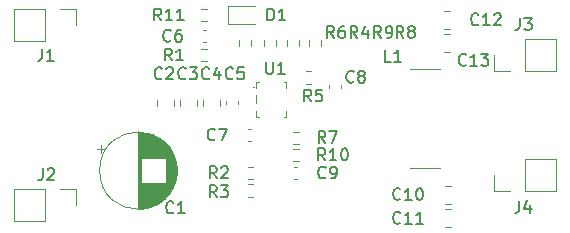
<source format=gbr>
%TF.GenerationSoftware,KiCad,Pcbnew,8.0.5*%
%TF.CreationDate,2024-10-12T15:51:15+02:00*%
%TF.ProjectId,DCDC_converter,44434443-5f63-46f6-9e76-65727465722e,rev?*%
%TF.SameCoordinates,Original*%
%TF.FileFunction,Legend,Top*%
%TF.FilePolarity,Positive*%
%FSLAX46Y46*%
G04 Gerber Fmt 4.6, Leading zero omitted, Abs format (unit mm)*
G04 Created by KiCad (PCBNEW 8.0.5) date 2024-10-12 15:51:15*
%MOMM*%
%LPD*%
G01*
G04 APERTURE LIST*
%ADD10C,0.150000*%
%ADD11C,0.120000*%
%ADD12C,0.100000*%
G04 APERTURE END LIST*
D10*
X90307142Y-55459580D02*
X90259523Y-55507200D01*
X90259523Y-55507200D02*
X90116666Y-55554819D01*
X90116666Y-55554819D02*
X90021428Y-55554819D01*
X90021428Y-55554819D02*
X89878571Y-55507200D01*
X89878571Y-55507200D02*
X89783333Y-55411961D01*
X89783333Y-55411961D02*
X89735714Y-55316723D01*
X89735714Y-55316723D02*
X89688095Y-55126247D01*
X89688095Y-55126247D02*
X89688095Y-54983390D01*
X89688095Y-54983390D02*
X89735714Y-54792914D01*
X89735714Y-54792914D02*
X89783333Y-54697676D01*
X89783333Y-54697676D02*
X89878571Y-54602438D01*
X89878571Y-54602438D02*
X90021428Y-54554819D01*
X90021428Y-54554819D02*
X90116666Y-54554819D01*
X90116666Y-54554819D02*
X90259523Y-54602438D01*
X90259523Y-54602438D02*
X90307142Y-54650057D01*
X91259523Y-55554819D02*
X90688095Y-55554819D01*
X90973809Y-55554819D02*
X90973809Y-54554819D01*
X90973809Y-54554819D02*
X90878571Y-54697676D01*
X90878571Y-54697676D02*
X90783333Y-54792914D01*
X90783333Y-54792914D02*
X90688095Y-54840533D01*
X91592857Y-54554819D02*
X92211904Y-54554819D01*
X92211904Y-54554819D02*
X91878571Y-54935771D01*
X91878571Y-54935771D02*
X92021428Y-54935771D01*
X92021428Y-54935771D02*
X92116666Y-54983390D01*
X92116666Y-54983390D02*
X92164285Y-55031009D01*
X92164285Y-55031009D02*
X92211904Y-55126247D01*
X92211904Y-55126247D02*
X92211904Y-55364342D01*
X92211904Y-55364342D02*
X92164285Y-55459580D01*
X92164285Y-55459580D02*
X92116666Y-55507200D01*
X92116666Y-55507200D02*
X92021428Y-55554819D01*
X92021428Y-55554819D02*
X91735714Y-55554819D01*
X91735714Y-55554819D02*
X91640476Y-55507200D01*
X91640476Y-55507200D02*
X91592857Y-55459580D01*
X64494642Y-51729819D02*
X64161309Y-51253628D01*
X63923214Y-51729819D02*
X63923214Y-50729819D01*
X63923214Y-50729819D02*
X64304166Y-50729819D01*
X64304166Y-50729819D02*
X64399404Y-50777438D01*
X64399404Y-50777438D02*
X64447023Y-50825057D01*
X64447023Y-50825057D02*
X64494642Y-50920295D01*
X64494642Y-50920295D02*
X64494642Y-51063152D01*
X64494642Y-51063152D02*
X64447023Y-51158390D01*
X64447023Y-51158390D02*
X64399404Y-51206009D01*
X64399404Y-51206009D02*
X64304166Y-51253628D01*
X64304166Y-51253628D02*
X63923214Y-51253628D01*
X65447023Y-51729819D02*
X64875595Y-51729819D01*
X65161309Y-51729819D02*
X65161309Y-50729819D01*
X65161309Y-50729819D02*
X65066071Y-50872676D01*
X65066071Y-50872676D02*
X64970833Y-50967914D01*
X64970833Y-50967914D02*
X64875595Y-51015533D01*
X66399404Y-51729819D02*
X65827976Y-51729819D01*
X66113690Y-51729819D02*
X66113690Y-50729819D01*
X66113690Y-50729819D02*
X66018452Y-50872676D01*
X66018452Y-50872676D02*
X65923214Y-50967914D01*
X65923214Y-50967914D02*
X65827976Y-51015533D01*
X68570833Y-56609580D02*
X68523214Y-56657200D01*
X68523214Y-56657200D02*
X68380357Y-56704819D01*
X68380357Y-56704819D02*
X68285119Y-56704819D01*
X68285119Y-56704819D02*
X68142262Y-56657200D01*
X68142262Y-56657200D02*
X68047024Y-56561961D01*
X68047024Y-56561961D02*
X67999405Y-56466723D01*
X67999405Y-56466723D02*
X67951786Y-56276247D01*
X67951786Y-56276247D02*
X67951786Y-56133390D01*
X67951786Y-56133390D02*
X67999405Y-55942914D01*
X67999405Y-55942914D02*
X68047024Y-55847676D01*
X68047024Y-55847676D02*
X68142262Y-55752438D01*
X68142262Y-55752438D02*
X68285119Y-55704819D01*
X68285119Y-55704819D02*
X68380357Y-55704819D01*
X68380357Y-55704819D02*
X68523214Y-55752438D01*
X68523214Y-55752438D02*
X68570833Y-55800057D01*
X69427976Y-56038152D02*
X69427976Y-56704819D01*
X69189881Y-55657200D02*
X68951786Y-56371485D01*
X68951786Y-56371485D02*
X69570833Y-56371485D01*
X84762142Y-68839580D02*
X84714523Y-68887200D01*
X84714523Y-68887200D02*
X84571666Y-68934819D01*
X84571666Y-68934819D02*
X84476428Y-68934819D01*
X84476428Y-68934819D02*
X84333571Y-68887200D01*
X84333571Y-68887200D02*
X84238333Y-68791961D01*
X84238333Y-68791961D02*
X84190714Y-68696723D01*
X84190714Y-68696723D02*
X84143095Y-68506247D01*
X84143095Y-68506247D02*
X84143095Y-68363390D01*
X84143095Y-68363390D02*
X84190714Y-68172914D01*
X84190714Y-68172914D02*
X84238333Y-68077676D01*
X84238333Y-68077676D02*
X84333571Y-67982438D01*
X84333571Y-67982438D02*
X84476428Y-67934819D01*
X84476428Y-67934819D02*
X84571666Y-67934819D01*
X84571666Y-67934819D02*
X84714523Y-67982438D01*
X84714523Y-67982438D02*
X84762142Y-68030057D01*
X85714523Y-68934819D02*
X85143095Y-68934819D01*
X85428809Y-68934819D02*
X85428809Y-67934819D01*
X85428809Y-67934819D02*
X85333571Y-68077676D01*
X85333571Y-68077676D02*
X85238333Y-68172914D01*
X85238333Y-68172914D02*
X85143095Y-68220533D01*
X86666904Y-68934819D02*
X86095476Y-68934819D01*
X86381190Y-68934819D02*
X86381190Y-67934819D01*
X86381190Y-67934819D02*
X86285952Y-68077676D01*
X86285952Y-68077676D02*
X86190714Y-68172914D01*
X86190714Y-68172914D02*
X86095476Y-68220533D01*
X85020833Y-53204819D02*
X84687500Y-52728628D01*
X84449405Y-53204819D02*
X84449405Y-52204819D01*
X84449405Y-52204819D02*
X84830357Y-52204819D01*
X84830357Y-52204819D02*
X84925595Y-52252438D01*
X84925595Y-52252438D02*
X84973214Y-52300057D01*
X84973214Y-52300057D02*
X85020833Y-52395295D01*
X85020833Y-52395295D02*
X85020833Y-52538152D01*
X85020833Y-52538152D02*
X84973214Y-52633390D01*
X84973214Y-52633390D02*
X84925595Y-52681009D01*
X84925595Y-52681009D02*
X84830357Y-52728628D01*
X84830357Y-52728628D02*
X84449405Y-52728628D01*
X85592262Y-52633390D02*
X85497024Y-52585771D01*
X85497024Y-52585771D02*
X85449405Y-52538152D01*
X85449405Y-52538152D02*
X85401786Y-52442914D01*
X85401786Y-52442914D02*
X85401786Y-52395295D01*
X85401786Y-52395295D02*
X85449405Y-52300057D01*
X85449405Y-52300057D02*
X85497024Y-52252438D01*
X85497024Y-52252438D02*
X85592262Y-52204819D01*
X85592262Y-52204819D02*
X85782738Y-52204819D01*
X85782738Y-52204819D02*
X85877976Y-52252438D01*
X85877976Y-52252438D02*
X85925595Y-52300057D01*
X85925595Y-52300057D02*
X85973214Y-52395295D01*
X85973214Y-52395295D02*
X85973214Y-52442914D01*
X85973214Y-52442914D02*
X85925595Y-52538152D01*
X85925595Y-52538152D02*
X85877976Y-52585771D01*
X85877976Y-52585771D02*
X85782738Y-52633390D01*
X85782738Y-52633390D02*
X85592262Y-52633390D01*
X85592262Y-52633390D02*
X85497024Y-52681009D01*
X85497024Y-52681009D02*
X85449405Y-52728628D01*
X85449405Y-52728628D02*
X85401786Y-52823866D01*
X85401786Y-52823866D02*
X85401786Y-53014342D01*
X85401786Y-53014342D02*
X85449405Y-53109580D01*
X85449405Y-53109580D02*
X85497024Y-53157200D01*
X85497024Y-53157200D02*
X85592262Y-53204819D01*
X85592262Y-53204819D02*
X85782738Y-53204819D01*
X85782738Y-53204819D02*
X85877976Y-53157200D01*
X85877976Y-53157200D02*
X85925595Y-53109580D01*
X85925595Y-53109580D02*
X85973214Y-53014342D01*
X85973214Y-53014342D02*
X85973214Y-52823866D01*
X85973214Y-52823866D02*
X85925595Y-52728628D01*
X85925595Y-52728628D02*
X85877976Y-52681009D01*
X85877976Y-52681009D02*
X85782738Y-52633390D01*
X81120833Y-53204819D02*
X80787500Y-52728628D01*
X80549405Y-53204819D02*
X80549405Y-52204819D01*
X80549405Y-52204819D02*
X80930357Y-52204819D01*
X80930357Y-52204819D02*
X81025595Y-52252438D01*
X81025595Y-52252438D02*
X81073214Y-52300057D01*
X81073214Y-52300057D02*
X81120833Y-52395295D01*
X81120833Y-52395295D02*
X81120833Y-52538152D01*
X81120833Y-52538152D02*
X81073214Y-52633390D01*
X81073214Y-52633390D02*
X81025595Y-52681009D01*
X81025595Y-52681009D02*
X80930357Y-52728628D01*
X80930357Y-52728628D02*
X80549405Y-52728628D01*
X81977976Y-52538152D02*
X81977976Y-53204819D01*
X81739881Y-52157200D02*
X81501786Y-52871485D01*
X81501786Y-52871485D02*
X82120833Y-52871485D01*
X65305833Y-53419580D02*
X65258214Y-53467200D01*
X65258214Y-53467200D02*
X65115357Y-53514819D01*
X65115357Y-53514819D02*
X65020119Y-53514819D01*
X65020119Y-53514819D02*
X64877262Y-53467200D01*
X64877262Y-53467200D02*
X64782024Y-53371961D01*
X64782024Y-53371961D02*
X64734405Y-53276723D01*
X64734405Y-53276723D02*
X64686786Y-53086247D01*
X64686786Y-53086247D02*
X64686786Y-52943390D01*
X64686786Y-52943390D02*
X64734405Y-52752914D01*
X64734405Y-52752914D02*
X64782024Y-52657676D01*
X64782024Y-52657676D02*
X64877262Y-52562438D01*
X64877262Y-52562438D02*
X65020119Y-52514819D01*
X65020119Y-52514819D02*
X65115357Y-52514819D01*
X65115357Y-52514819D02*
X65258214Y-52562438D01*
X65258214Y-52562438D02*
X65305833Y-52610057D01*
X66162976Y-52514819D02*
X65972500Y-52514819D01*
X65972500Y-52514819D02*
X65877262Y-52562438D01*
X65877262Y-52562438D02*
X65829643Y-52610057D01*
X65829643Y-52610057D02*
X65734405Y-52752914D01*
X65734405Y-52752914D02*
X65686786Y-52943390D01*
X65686786Y-52943390D02*
X65686786Y-53324342D01*
X65686786Y-53324342D02*
X65734405Y-53419580D01*
X65734405Y-53419580D02*
X65782024Y-53467200D01*
X65782024Y-53467200D02*
X65877262Y-53514819D01*
X65877262Y-53514819D02*
X66067738Y-53514819D01*
X66067738Y-53514819D02*
X66162976Y-53467200D01*
X66162976Y-53467200D02*
X66210595Y-53419580D01*
X66210595Y-53419580D02*
X66258214Y-53324342D01*
X66258214Y-53324342D02*
X66258214Y-53086247D01*
X66258214Y-53086247D02*
X66210595Y-52991009D01*
X66210595Y-52991009D02*
X66162976Y-52943390D01*
X66162976Y-52943390D02*
X66067738Y-52895771D01*
X66067738Y-52895771D02*
X65877262Y-52895771D01*
X65877262Y-52895771D02*
X65782024Y-52943390D01*
X65782024Y-52943390D02*
X65734405Y-52991009D01*
X65734405Y-52991009D02*
X65686786Y-53086247D01*
X69205833Y-65089819D02*
X68872500Y-64613628D01*
X68634405Y-65089819D02*
X68634405Y-64089819D01*
X68634405Y-64089819D02*
X69015357Y-64089819D01*
X69015357Y-64089819D02*
X69110595Y-64137438D01*
X69110595Y-64137438D02*
X69158214Y-64185057D01*
X69158214Y-64185057D02*
X69205833Y-64280295D01*
X69205833Y-64280295D02*
X69205833Y-64423152D01*
X69205833Y-64423152D02*
X69158214Y-64518390D01*
X69158214Y-64518390D02*
X69110595Y-64566009D01*
X69110595Y-64566009D02*
X69015357Y-64613628D01*
X69015357Y-64613628D02*
X68634405Y-64613628D01*
X69586786Y-64185057D02*
X69634405Y-64137438D01*
X69634405Y-64137438D02*
X69729643Y-64089819D01*
X69729643Y-64089819D02*
X69967738Y-64089819D01*
X69967738Y-64089819D02*
X70062976Y-64137438D01*
X70062976Y-64137438D02*
X70110595Y-64185057D01*
X70110595Y-64185057D02*
X70158214Y-64280295D01*
X70158214Y-64280295D02*
X70158214Y-64375533D01*
X70158214Y-64375533D02*
X70110595Y-64518390D01*
X70110595Y-64518390D02*
X69539167Y-65089819D01*
X69539167Y-65089819D02*
X70158214Y-65089819D01*
X65405833Y-55114819D02*
X65072500Y-54638628D01*
X64834405Y-55114819D02*
X64834405Y-54114819D01*
X64834405Y-54114819D02*
X65215357Y-54114819D01*
X65215357Y-54114819D02*
X65310595Y-54162438D01*
X65310595Y-54162438D02*
X65358214Y-54210057D01*
X65358214Y-54210057D02*
X65405833Y-54305295D01*
X65405833Y-54305295D02*
X65405833Y-54448152D01*
X65405833Y-54448152D02*
X65358214Y-54543390D01*
X65358214Y-54543390D02*
X65310595Y-54591009D01*
X65310595Y-54591009D02*
X65215357Y-54638628D01*
X65215357Y-54638628D02*
X64834405Y-54638628D01*
X66358214Y-55114819D02*
X65786786Y-55114819D01*
X66072500Y-55114819D02*
X66072500Y-54114819D01*
X66072500Y-54114819D02*
X65977262Y-54257676D01*
X65977262Y-54257676D02*
X65882024Y-54352914D01*
X65882024Y-54352914D02*
X65786786Y-54400533D01*
X94829166Y-67004819D02*
X94829166Y-67719104D01*
X94829166Y-67719104D02*
X94781547Y-67861961D01*
X94781547Y-67861961D02*
X94686309Y-67957200D01*
X94686309Y-67957200D02*
X94543452Y-68004819D01*
X94543452Y-68004819D02*
X94448214Y-68004819D01*
X95733928Y-67338152D02*
X95733928Y-68004819D01*
X95495833Y-66957200D02*
X95257738Y-67671485D01*
X95257738Y-67671485D02*
X95876785Y-67671485D01*
X94879166Y-51524819D02*
X94879166Y-52239104D01*
X94879166Y-52239104D02*
X94831547Y-52381961D01*
X94831547Y-52381961D02*
X94736309Y-52477200D01*
X94736309Y-52477200D02*
X94593452Y-52524819D01*
X94593452Y-52524819D02*
X94498214Y-52524819D01*
X95260119Y-51524819D02*
X95879166Y-51524819D01*
X95879166Y-51524819D02*
X95545833Y-51905771D01*
X95545833Y-51905771D02*
X95688690Y-51905771D01*
X95688690Y-51905771D02*
X95783928Y-51953390D01*
X95783928Y-51953390D02*
X95831547Y-52001009D01*
X95831547Y-52001009D02*
X95879166Y-52096247D01*
X95879166Y-52096247D02*
X95879166Y-52334342D01*
X95879166Y-52334342D02*
X95831547Y-52429580D01*
X95831547Y-52429580D02*
X95783928Y-52477200D01*
X95783928Y-52477200D02*
X95688690Y-52524819D01*
X95688690Y-52524819D02*
X95402976Y-52524819D01*
X95402976Y-52524819D02*
X95307738Y-52477200D01*
X95307738Y-52477200D02*
X95260119Y-52429580D01*
X83970833Y-55204819D02*
X83494643Y-55204819D01*
X83494643Y-55204819D02*
X83494643Y-54204819D01*
X84827976Y-55204819D02*
X84256548Y-55204819D01*
X84542262Y-55204819D02*
X84542262Y-54204819D01*
X84542262Y-54204819D02*
X84447024Y-54347676D01*
X84447024Y-54347676D02*
X84351786Y-54442914D01*
X84351786Y-54442914D02*
X84256548Y-54490533D01*
X78394642Y-63569819D02*
X78061309Y-63093628D01*
X77823214Y-63569819D02*
X77823214Y-62569819D01*
X77823214Y-62569819D02*
X78204166Y-62569819D01*
X78204166Y-62569819D02*
X78299404Y-62617438D01*
X78299404Y-62617438D02*
X78347023Y-62665057D01*
X78347023Y-62665057D02*
X78394642Y-62760295D01*
X78394642Y-62760295D02*
X78394642Y-62903152D01*
X78394642Y-62903152D02*
X78347023Y-62998390D01*
X78347023Y-62998390D02*
X78299404Y-63046009D01*
X78299404Y-63046009D02*
X78204166Y-63093628D01*
X78204166Y-63093628D02*
X77823214Y-63093628D01*
X79347023Y-63569819D02*
X78775595Y-63569819D01*
X79061309Y-63569819D02*
X79061309Y-62569819D01*
X79061309Y-62569819D02*
X78966071Y-62712676D01*
X78966071Y-62712676D02*
X78870833Y-62807914D01*
X78870833Y-62807914D02*
X78775595Y-62855533D01*
X79966071Y-62569819D02*
X80061309Y-62569819D01*
X80061309Y-62569819D02*
X80156547Y-62617438D01*
X80156547Y-62617438D02*
X80204166Y-62665057D01*
X80204166Y-62665057D02*
X80251785Y-62760295D01*
X80251785Y-62760295D02*
X80299404Y-62950771D01*
X80299404Y-62950771D02*
X80299404Y-63188866D01*
X80299404Y-63188866D02*
X80251785Y-63379342D01*
X80251785Y-63379342D02*
X80204166Y-63474580D01*
X80204166Y-63474580D02*
X80156547Y-63522200D01*
X80156547Y-63522200D02*
X80061309Y-63569819D01*
X80061309Y-63569819D02*
X79966071Y-63569819D01*
X79966071Y-63569819D02*
X79870833Y-63522200D01*
X79870833Y-63522200D02*
X79823214Y-63474580D01*
X79823214Y-63474580D02*
X79775595Y-63379342D01*
X79775595Y-63379342D02*
X79727976Y-63188866D01*
X79727976Y-63188866D02*
X79727976Y-62950771D01*
X79727976Y-62950771D02*
X79775595Y-62760295D01*
X79775595Y-62760295D02*
X79823214Y-62665057D01*
X79823214Y-62665057D02*
X79870833Y-62617438D01*
X79870833Y-62617438D02*
X79966071Y-62569819D01*
X65533333Y-67959580D02*
X65485714Y-68007200D01*
X65485714Y-68007200D02*
X65342857Y-68054819D01*
X65342857Y-68054819D02*
X65247619Y-68054819D01*
X65247619Y-68054819D02*
X65104762Y-68007200D01*
X65104762Y-68007200D02*
X65009524Y-67911961D01*
X65009524Y-67911961D02*
X64961905Y-67816723D01*
X64961905Y-67816723D02*
X64914286Y-67626247D01*
X64914286Y-67626247D02*
X64914286Y-67483390D01*
X64914286Y-67483390D02*
X64961905Y-67292914D01*
X64961905Y-67292914D02*
X65009524Y-67197676D01*
X65009524Y-67197676D02*
X65104762Y-67102438D01*
X65104762Y-67102438D02*
X65247619Y-67054819D01*
X65247619Y-67054819D02*
X65342857Y-67054819D01*
X65342857Y-67054819D02*
X65485714Y-67102438D01*
X65485714Y-67102438D02*
X65533333Y-67150057D01*
X66485714Y-68054819D02*
X65914286Y-68054819D01*
X66200000Y-68054819D02*
X66200000Y-67054819D01*
X66200000Y-67054819D02*
X66104762Y-67197676D01*
X66104762Y-67197676D02*
X66009524Y-67292914D01*
X66009524Y-67292914D02*
X65914286Y-67340533D01*
X73499405Y-51729819D02*
X73499405Y-50729819D01*
X73499405Y-50729819D02*
X73737500Y-50729819D01*
X73737500Y-50729819D02*
X73880357Y-50777438D01*
X73880357Y-50777438D02*
X73975595Y-50872676D01*
X73975595Y-50872676D02*
X74023214Y-50967914D01*
X74023214Y-50967914D02*
X74070833Y-51158390D01*
X74070833Y-51158390D02*
X74070833Y-51301247D01*
X74070833Y-51301247D02*
X74023214Y-51491723D01*
X74023214Y-51491723D02*
X73975595Y-51586961D01*
X73975595Y-51586961D02*
X73880357Y-51682200D01*
X73880357Y-51682200D02*
X73737500Y-51729819D01*
X73737500Y-51729819D02*
X73499405Y-51729819D01*
X75023214Y-51729819D02*
X74451786Y-51729819D01*
X74737500Y-51729819D02*
X74737500Y-50729819D01*
X74737500Y-50729819D02*
X74642262Y-50872676D01*
X74642262Y-50872676D02*
X74547024Y-50967914D01*
X74547024Y-50967914D02*
X74451786Y-51015533D01*
X80805833Y-56894580D02*
X80758214Y-56942200D01*
X80758214Y-56942200D02*
X80615357Y-56989819D01*
X80615357Y-56989819D02*
X80520119Y-56989819D01*
X80520119Y-56989819D02*
X80377262Y-56942200D01*
X80377262Y-56942200D02*
X80282024Y-56846961D01*
X80282024Y-56846961D02*
X80234405Y-56751723D01*
X80234405Y-56751723D02*
X80186786Y-56561247D01*
X80186786Y-56561247D02*
X80186786Y-56418390D01*
X80186786Y-56418390D02*
X80234405Y-56227914D01*
X80234405Y-56227914D02*
X80282024Y-56132676D01*
X80282024Y-56132676D02*
X80377262Y-56037438D01*
X80377262Y-56037438D02*
X80520119Y-55989819D01*
X80520119Y-55989819D02*
X80615357Y-55989819D01*
X80615357Y-55989819D02*
X80758214Y-56037438D01*
X80758214Y-56037438D02*
X80805833Y-56085057D01*
X81377262Y-56418390D02*
X81282024Y-56370771D01*
X81282024Y-56370771D02*
X81234405Y-56323152D01*
X81234405Y-56323152D02*
X81186786Y-56227914D01*
X81186786Y-56227914D02*
X81186786Y-56180295D01*
X81186786Y-56180295D02*
X81234405Y-56085057D01*
X81234405Y-56085057D02*
X81282024Y-56037438D01*
X81282024Y-56037438D02*
X81377262Y-55989819D01*
X81377262Y-55989819D02*
X81567738Y-55989819D01*
X81567738Y-55989819D02*
X81662976Y-56037438D01*
X81662976Y-56037438D02*
X81710595Y-56085057D01*
X81710595Y-56085057D02*
X81758214Y-56180295D01*
X81758214Y-56180295D02*
X81758214Y-56227914D01*
X81758214Y-56227914D02*
X81710595Y-56323152D01*
X81710595Y-56323152D02*
X81662976Y-56370771D01*
X81662976Y-56370771D02*
X81567738Y-56418390D01*
X81567738Y-56418390D02*
X81377262Y-56418390D01*
X81377262Y-56418390D02*
X81282024Y-56466009D01*
X81282024Y-56466009D02*
X81234405Y-56513628D01*
X81234405Y-56513628D02*
X81186786Y-56608866D01*
X81186786Y-56608866D02*
X81186786Y-56799342D01*
X81186786Y-56799342D02*
X81234405Y-56894580D01*
X81234405Y-56894580D02*
X81282024Y-56942200D01*
X81282024Y-56942200D02*
X81377262Y-56989819D01*
X81377262Y-56989819D02*
X81567738Y-56989819D01*
X81567738Y-56989819D02*
X81662976Y-56942200D01*
X81662976Y-56942200D02*
X81710595Y-56894580D01*
X81710595Y-56894580D02*
X81758214Y-56799342D01*
X81758214Y-56799342D02*
X81758214Y-56608866D01*
X81758214Y-56608866D02*
X81710595Y-56513628D01*
X81710595Y-56513628D02*
X81662976Y-56466009D01*
X81662976Y-56466009D02*
X81567738Y-56418390D01*
X54466666Y-64254819D02*
X54466666Y-64969104D01*
X54466666Y-64969104D02*
X54419047Y-65111961D01*
X54419047Y-65111961D02*
X54323809Y-65207200D01*
X54323809Y-65207200D02*
X54180952Y-65254819D01*
X54180952Y-65254819D02*
X54085714Y-65254819D01*
X54895238Y-64350057D02*
X54942857Y-64302438D01*
X54942857Y-64302438D02*
X55038095Y-64254819D01*
X55038095Y-64254819D02*
X55276190Y-64254819D01*
X55276190Y-64254819D02*
X55371428Y-64302438D01*
X55371428Y-64302438D02*
X55419047Y-64350057D01*
X55419047Y-64350057D02*
X55466666Y-64445295D01*
X55466666Y-64445295D02*
X55466666Y-64540533D01*
X55466666Y-64540533D02*
X55419047Y-64683390D01*
X55419047Y-64683390D02*
X54847619Y-65254819D01*
X54847619Y-65254819D02*
X55466666Y-65254819D01*
X69205833Y-66689819D02*
X68872500Y-66213628D01*
X68634405Y-66689819D02*
X68634405Y-65689819D01*
X68634405Y-65689819D02*
X69015357Y-65689819D01*
X69015357Y-65689819D02*
X69110595Y-65737438D01*
X69110595Y-65737438D02*
X69158214Y-65785057D01*
X69158214Y-65785057D02*
X69205833Y-65880295D01*
X69205833Y-65880295D02*
X69205833Y-66023152D01*
X69205833Y-66023152D02*
X69158214Y-66118390D01*
X69158214Y-66118390D02*
X69110595Y-66166009D01*
X69110595Y-66166009D02*
X69015357Y-66213628D01*
X69015357Y-66213628D02*
X68634405Y-66213628D01*
X69539167Y-65689819D02*
X70158214Y-65689819D01*
X70158214Y-65689819D02*
X69824881Y-66070771D01*
X69824881Y-66070771D02*
X69967738Y-66070771D01*
X69967738Y-66070771D02*
X70062976Y-66118390D01*
X70062976Y-66118390D02*
X70110595Y-66166009D01*
X70110595Y-66166009D02*
X70158214Y-66261247D01*
X70158214Y-66261247D02*
X70158214Y-66499342D01*
X70158214Y-66499342D02*
X70110595Y-66594580D01*
X70110595Y-66594580D02*
X70062976Y-66642200D01*
X70062976Y-66642200D02*
X69967738Y-66689819D01*
X69967738Y-66689819D02*
X69682024Y-66689819D01*
X69682024Y-66689819D02*
X69586786Y-66642200D01*
X69586786Y-66642200D02*
X69539167Y-66594580D01*
X78405833Y-62089819D02*
X78072500Y-61613628D01*
X77834405Y-62089819D02*
X77834405Y-61089819D01*
X77834405Y-61089819D02*
X78215357Y-61089819D01*
X78215357Y-61089819D02*
X78310595Y-61137438D01*
X78310595Y-61137438D02*
X78358214Y-61185057D01*
X78358214Y-61185057D02*
X78405833Y-61280295D01*
X78405833Y-61280295D02*
X78405833Y-61423152D01*
X78405833Y-61423152D02*
X78358214Y-61518390D01*
X78358214Y-61518390D02*
X78310595Y-61566009D01*
X78310595Y-61566009D02*
X78215357Y-61613628D01*
X78215357Y-61613628D02*
X77834405Y-61613628D01*
X78739167Y-61089819D02*
X79405833Y-61089819D01*
X79405833Y-61089819D02*
X78977262Y-62089819D01*
X79120833Y-53204819D02*
X78787500Y-52728628D01*
X78549405Y-53204819D02*
X78549405Y-52204819D01*
X78549405Y-52204819D02*
X78930357Y-52204819D01*
X78930357Y-52204819D02*
X79025595Y-52252438D01*
X79025595Y-52252438D02*
X79073214Y-52300057D01*
X79073214Y-52300057D02*
X79120833Y-52395295D01*
X79120833Y-52395295D02*
X79120833Y-52538152D01*
X79120833Y-52538152D02*
X79073214Y-52633390D01*
X79073214Y-52633390D02*
X79025595Y-52681009D01*
X79025595Y-52681009D02*
X78930357Y-52728628D01*
X78930357Y-52728628D02*
X78549405Y-52728628D01*
X79977976Y-52204819D02*
X79787500Y-52204819D01*
X79787500Y-52204819D02*
X79692262Y-52252438D01*
X79692262Y-52252438D02*
X79644643Y-52300057D01*
X79644643Y-52300057D02*
X79549405Y-52442914D01*
X79549405Y-52442914D02*
X79501786Y-52633390D01*
X79501786Y-52633390D02*
X79501786Y-53014342D01*
X79501786Y-53014342D02*
X79549405Y-53109580D01*
X79549405Y-53109580D02*
X79597024Y-53157200D01*
X79597024Y-53157200D02*
X79692262Y-53204819D01*
X79692262Y-53204819D02*
X79882738Y-53204819D01*
X79882738Y-53204819D02*
X79977976Y-53157200D01*
X79977976Y-53157200D02*
X80025595Y-53109580D01*
X80025595Y-53109580D02*
X80073214Y-53014342D01*
X80073214Y-53014342D02*
X80073214Y-52776247D01*
X80073214Y-52776247D02*
X80025595Y-52681009D01*
X80025595Y-52681009D02*
X79977976Y-52633390D01*
X79977976Y-52633390D02*
X79882738Y-52585771D01*
X79882738Y-52585771D02*
X79692262Y-52585771D01*
X79692262Y-52585771D02*
X79597024Y-52633390D01*
X79597024Y-52633390D02*
X79549405Y-52681009D01*
X79549405Y-52681009D02*
X79501786Y-52776247D01*
X78420833Y-65009580D02*
X78373214Y-65057200D01*
X78373214Y-65057200D02*
X78230357Y-65104819D01*
X78230357Y-65104819D02*
X78135119Y-65104819D01*
X78135119Y-65104819D02*
X77992262Y-65057200D01*
X77992262Y-65057200D02*
X77897024Y-64961961D01*
X77897024Y-64961961D02*
X77849405Y-64866723D01*
X77849405Y-64866723D02*
X77801786Y-64676247D01*
X77801786Y-64676247D02*
X77801786Y-64533390D01*
X77801786Y-64533390D02*
X77849405Y-64342914D01*
X77849405Y-64342914D02*
X77897024Y-64247676D01*
X77897024Y-64247676D02*
X77992262Y-64152438D01*
X77992262Y-64152438D02*
X78135119Y-64104819D01*
X78135119Y-64104819D02*
X78230357Y-64104819D01*
X78230357Y-64104819D02*
X78373214Y-64152438D01*
X78373214Y-64152438D02*
X78420833Y-64200057D01*
X78897024Y-65104819D02*
X79087500Y-65104819D01*
X79087500Y-65104819D02*
X79182738Y-65057200D01*
X79182738Y-65057200D02*
X79230357Y-65009580D01*
X79230357Y-65009580D02*
X79325595Y-64866723D01*
X79325595Y-64866723D02*
X79373214Y-64676247D01*
X79373214Y-64676247D02*
X79373214Y-64295295D01*
X79373214Y-64295295D02*
X79325595Y-64200057D01*
X79325595Y-64200057D02*
X79277976Y-64152438D01*
X79277976Y-64152438D02*
X79182738Y-64104819D01*
X79182738Y-64104819D02*
X78992262Y-64104819D01*
X78992262Y-64104819D02*
X78897024Y-64152438D01*
X78897024Y-64152438D02*
X78849405Y-64200057D01*
X78849405Y-64200057D02*
X78801786Y-64295295D01*
X78801786Y-64295295D02*
X78801786Y-64533390D01*
X78801786Y-64533390D02*
X78849405Y-64628628D01*
X78849405Y-64628628D02*
X78897024Y-64676247D01*
X78897024Y-64676247D02*
X78992262Y-64723866D01*
X78992262Y-64723866D02*
X79182738Y-64723866D01*
X79182738Y-64723866D02*
X79277976Y-64676247D01*
X79277976Y-64676247D02*
X79325595Y-64628628D01*
X79325595Y-64628628D02*
X79373214Y-64533390D01*
X66570833Y-56609580D02*
X66523214Y-56657200D01*
X66523214Y-56657200D02*
X66380357Y-56704819D01*
X66380357Y-56704819D02*
X66285119Y-56704819D01*
X66285119Y-56704819D02*
X66142262Y-56657200D01*
X66142262Y-56657200D02*
X66047024Y-56561961D01*
X66047024Y-56561961D02*
X65999405Y-56466723D01*
X65999405Y-56466723D02*
X65951786Y-56276247D01*
X65951786Y-56276247D02*
X65951786Y-56133390D01*
X65951786Y-56133390D02*
X65999405Y-55942914D01*
X65999405Y-55942914D02*
X66047024Y-55847676D01*
X66047024Y-55847676D02*
X66142262Y-55752438D01*
X66142262Y-55752438D02*
X66285119Y-55704819D01*
X66285119Y-55704819D02*
X66380357Y-55704819D01*
X66380357Y-55704819D02*
X66523214Y-55752438D01*
X66523214Y-55752438D02*
X66570833Y-55800057D01*
X66904167Y-55704819D02*
X67523214Y-55704819D01*
X67523214Y-55704819D02*
X67189881Y-56085771D01*
X67189881Y-56085771D02*
X67332738Y-56085771D01*
X67332738Y-56085771D02*
X67427976Y-56133390D01*
X67427976Y-56133390D02*
X67475595Y-56181009D01*
X67475595Y-56181009D02*
X67523214Y-56276247D01*
X67523214Y-56276247D02*
X67523214Y-56514342D01*
X67523214Y-56514342D02*
X67475595Y-56609580D01*
X67475595Y-56609580D02*
X67427976Y-56657200D01*
X67427976Y-56657200D02*
X67332738Y-56704819D01*
X67332738Y-56704819D02*
X67047024Y-56704819D01*
X67047024Y-56704819D02*
X66951786Y-56657200D01*
X66951786Y-56657200D02*
X66904167Y-56609580D01*
X54416666Y-54154819D02*
X54416666Y-54869104D01*
X54416666Y-54869104D02*
X54369047Y-55011961D01*
X54369047Y-55011961D02*
X54273809Y-55107200D01*
X54273809Y-55107200D02*
X54130952Y-55154819D01*
X54130952Y-55154819D02*
X54035714Y-55154819D01*
X55416666Y-55154819D02*
X54845238Y-55154819D01*
X55130952Y-55154819D02*
X55130952Y-54154819D01*
X55130952Y-54154819D02*
X55035714Y-54297676D01*
X55035714Y-54297676D02*
X54940476Y-54392914D01*
X54940476Y-54392914D02*
X54845238Y-54440533D01*
X84762142Y-66839580D02*
X84714523Y-66887200D01*
X84714523Y-66887200D02*
X84571666Y-66934819D01*
X84571666Y-66934819D02*
X84476428Y-66934819D01*
X84476428Y-66934819D02*
X84333571Y-66887200D01*
X84333571Y-66887200D02*
X84238333Y-66791961D01*
X84238333Y-66791961D02*
X84190714Y-66696723D01*
X84190714Y-66696723D02*
X84143095Y-66506247D01*
X84143095Y-66506247D02*
X84143095Y-66363390D01*
X84143095Y-66363390D02*
X84190714Y-66172914D01*
X84190714Y-66172914D02*
X84238333Y-66077676D01*
X84238333Y-66077676D02*
X84333571Y-65982438D01*
X84333571Y-65982438D02*
X84476428Y-65934819D01*
X84476428Y-65934819D02*
X84571666Y-65934819D01*
X84571666Y-65934819D02*
X84714523Y-65982438D01*
X84714523Y-65982438D02*
X84762142Y-66030057D01*
X85714523Y-66934819D02*
X85143095Y-66934819D01*
X85428809Y-66934819D02*
X85428809Y-65934819D01*
X85428809Y-65934819D02*
X85333571Y-66077676D01*
X85333571Y-66077676D02*
X85238333Y-66172914D01*
X85238333Y-66172914D02*
X85143095Y-66220533D01*
X86333571Y-65934819D02*
X86428809Y-65934819D01*
X86428809Y-65934819D02*
X86524047Y-65982438D01*
X86524047Y-65982438D02*
X86571666Y-66030057D01*
X86571666Y-66030057D02*
X86619285Y-66125295D01*
X86619285Y-66125295D02*
X86666904Y-66315771D01*
X86666904Y-66315771D02*
X86666904Y-66553866D01*
X86666904Y-66553866D02*
X86619285Y-66744342D01*
X86619285Y-66744342D02*
X86571666Y-66839580D01*
X86571666Y-66839580D02*
X86524047Y-66887200D01*
X86524047Y-66887200D02*
X86428809Y-66934819D01*
X86428809Y-66934819D02*
X86333571Y-66934819D01*
X86333571Y-66934819D02*
X86238333Y-66887200D01*
X86238333Y-66887200D02*
X86190714Y-66839580D01*
X86190714Y-66839580D02*
X86143095Y-66744342D01*
X86143095Y-66744342D02*
X86095476Y-66553866D01*
X86095476Y-66553866D02*
X86095476Y-66315771D01*
X86095476Y-66315771D02*
X86143095Y-66125295D01*
X86143095Y-66125295D02*
X86190714Y-66030057D01*
X86190714Y-66030057D02*
X86238333Y-65982438D01*
X86238333Y-65982438D02*
X86333571Y-65934819D01*
X91357142Y-52039580D02*
X91309523Y-52087200D01*
X91309523Y-52087200D02*
X91166666Y-52134819D01*
X91166666Y-52134819D02*
X91071428Y-52134819D01*
X91071428Y-52134819D02*
X90928571Y-52087200D01*
X90928571Y-52087200D02*
X90833333Y-51991961D01*
X90833333Y-51991961D02*
X90785714Y-51896723D01*
X90785714Y-51896723D02*
X90738095Y-51706247D01*
X90738095Y-51706247D02*
X90738095Y-51563390D01*
X90738095Y-51563390D02*
X90785714Y-51372914D01*
X90785714Y-51372914D02*
X90833333Y-51277676D01*
X90833333Y-51277676D02*
X90928571Y-51182438D01*
X90928571Y-51182438D02*
X91071428Y-51134819D01*
X91071428Y-51134819D02*
X91166666Y-51134819D01*
X91166666Y-51134819D02*
X91309523Y-51182438D01*
X91309523Y-51182438D02*
X91357142Y-51230057D01*
X92309523Y-52134819D02*
X91738095Y-52134819D01*
X92023809Y-52134819D02*
X92023809Y-51134819D01*
X92023809Y-51134819D02*
X91928571Y-51277676D01*
X91928571Y-51277676D02*
X91833333Y-51372914D01*
X91833333Y-51372914D02*
X91738095Y-51420533D01*
X92690476Y-51230057D02*
X92738095Y-51182438D01*
X92738095Y-51182438D02*
X92833333Y-51134819D01*
X92833333Y-51134819D02*
X93071428Y-51134819D01*
X93071428Y-51134819D02*
X93166666Y-51182438D01*
X93166666Y-51182438D02*
X93214285Y-51230057D01*
X93214285Y-51230057D02*
X93261904Y-51325295D01*
X93261904Y-51325295D02*
X93261904Y-51420533D01*
X93261904Y-51420533D02*
X93214285Y-51563390D01*
X93214285Y-51563390D02*
X92642857Y-52134819D01*
X92642857Y-52134819D02*
X93261904Y-52134819D01*
X70570833Y-56609580D02*
X70523214Y-56657200D01*
X70523214Y-56657200D02*
X70380357Y-56704819D01*
X70380357Y-56704819D02*
X70285119Y-56704819D01*
X70285119Y-56704819D02*
X70142262Y-56657200D01*
X70142262Y-56657200D02*
X70047024Y-56561961D01*
X70047024Y-56561961D02*
X69999405Y-56466723D01*
X69999405Y-56466723D02*
X69951786Y-56276247D01*
X69951786Y-56276247D02*
X69951786Y-56133390D01*
X69951786Y-56133390D02*
X69999405Y-55942914D01*
X69999405Y-55942914D02*
X70047024Y-55847676D01*
X70047024Y-55847676D02*
X70142262Y-55752438D01*
X70142262Y-55752438D02*
X70285119Y-55704819D01*
X70285119Y-55704819D02*
X70380357Y-55704819D01*
X70380357Y-55704819D02*
X70523214Y-55752438D01*
X70523214Y-55752438D02*
X70570833Y-55800057D01*
X71475595Y-55704819D02*
X70999405Y-55704819D01*
X70999405Y-55704819D02*
X70951786Y-56181009D01*
X70951786Y-56181009D02*
X70999405Y-56133390D01*
X70999405Y-56133390D02*
X71094643Y-56085771D01*
X71094643Y-56085771D02*
X71332738Y-56085771D01*
X71332738Y-56085771D02*
X71427976Y-56133390D01*
X71427976Y-56133390D02*
X71475595Y-56181009D01*
X71475595Y-56181009D02*
X71523214Y-56276247D01*
X71523214Y-56276247D02*
X71523214Y-56514342D01*
X71523214Y-56514342D02*
X71475595Y-56609580D01*
X71475595Y-56609580D02*
X71427976Y-56657200D01*
X71427976Y-56657200D02*
X71332738Y-56704819D01*
X71332738Y-56704819D02*
X71094643Y-56704819D01*
X71094643Y-56704819D02*
X70999405Y-56657200D01*
X70999405Y-56657200D02*
X70951786Y-56609580D01*
X64570833Y-56609580D02*
X64523214Y-56657200D01*
X64523214Y-56657200D02*
X64380357Y-56704819D01*
X64380357Y-56704819D02*
X64285119Y-56704819D01*
X64285119Y-56704819D02*
X64142262Y-56657200D01*
X64142262Y-56657200D02*
X64047024Y-56561961D01*
X64047024Y-56561961D02*
X63999405Y-56466723D01*
X63999405Y-56466723D02*
X63951786Y-56276247D01*
X63951786Y-56276247D02*
X63951786Y-56133390D01*
X63951786Y-56133390D02*
X63999405Y-55942914D01*
X63999405Y-55942914D02*
X64047024Y-55847676D01*
X64047024Y-55847676D02*
X64142262Y-55752438D01*
X64142262Y-55752438D02*
X64285119Y-55704819D01*
X64285119Y-55704819D02*
X64380357Y-55704819D01*
X64380357Y-55704819D02*
X64523214Y-55752438D01*
X64523214Y-55752438D02*
X64570833Y-55800057D01*
X64951786Y-55800057D02*
X64999405Y-55752438D01*
X64999405Y-55752438D02*
X65094643Y-55704819D01*
X65094643Y-55704819D02*
X65332738Y-55704819D01*
X65332738Y-55704819D02*
X65427976Y-55752438D01*
X65427976Y-55752438D02*
X65475595Y-55800057D01*
X65475595Y-55800057D02*
X65523214Y-55895295D01*
X65523214Y-55895295D02*
X65523214Y-55990533D01*
X65523214Y-55990533D02*
X65475595Y-56133390D01*
X65475595Y-56133390D02*
X64904167Y-56704819D01*
X64904167Y-56704819D02*
X65523214Y-56704819D01*
X77205833Y-58589819D02*
X76872500Y-58113628D01*
X76634405Y-58589819D02*
X76634405Y-57589819D01*
X76634405Y-57589819D02*
X77015357Y-57589819D01*
X77015357Y-57589819D02*
X77110595Y-57637438D01*
X77110595Y-57637438D02*
X77158214Y-57685057D01*
X77158214Y-57685057D02*
X77205833Y-57780295D01*
X77205833Y-57780295D02*
X77205833Y-57923152D01*
X77205833Y-57923152D02*
X77158214Y-58018390D01*
X77158214Y-58018390D02*
X77110595Y-58066009D01*
X77110595Y-58066009D02*
X77015357Y-58113628D01*
X77015357Y-58113628D02*
X76634405Y-58113628D01*
X78110595Y-57589819D02*
X77634405Y-57589819D01*
X77634405Y-57589819D02*
X77586786Y-58066009D01*
X77586786Y-58066009D02*
X77634405Y-58018390D01*
X77634405Y-58018390D02*
X77729643Y-57970771D01*
X77729643Y-57970771D02*
X77967738Y-57970771D01*
X77967738Y-57970771D02*
X78062976Y-58018390D01*
X78062976Y-58018390D02*
X78110595Y-58066009D01*
X78110595Y-58066009D02*
X78158214Y-58161247D01*
X78158214Y-58161247D02*
X78158214Y-58399342D01*
X78158214Y-58399342D02*
X78110595Y-58494580D01*
X78110595Y-58494580D02*
X78062976Y-58542200D01*
X78062976Y-58542200D02*
X77967738Y-58589819D01*
X77967738Y-58589819D02*
X77729643Y-58589819D01*
X77729643Y-58589819D02*
X77634405Y-58542200D01*
X77634405Y-58542200D02*
X77586786Y-58494580D01*
X73388095Y-55254819D02*
X73388095Y-56064342D01*
X73388095Y-56064342D02*
X73435714Y-56159580D01*
X73435714Y-56159580D02*
X73483333Y-56207200D01*
X73483333Y-56207200D02*
X73578571Y-56254819D01*
X73578571Y-56254819D02*
X73769047Y-56254819D01*
X73769047Y-56254819D02*
X73864285Y-56207200D01*
X73864285Y-56207200D02*
X73911904Y-56159580D01*
X73911904Y-56159580D02*
X73959523Y-56064342D01*
X73959523Y-56064342D02*
X73959523Y-55254819D01*
X74959523Y-56254819D02*
X74388095Y-56254819D01*
X74673809Y-56254819D02*
X74673809Y-55254819D01*
X74673809Y-55254819D02*
X74578571Y-55397676D01*
X74578571Y-55397676D02*
X74483333Y-55492914D01*
X74483333Y-55492914D02*
X74388095Y-55540533D01*
X69065833Y-61794580D02*
X69018214Y-61842200D01*
X69018214Y-61842200D02*
X68875357Y-61889819D01*
X68875357Y-61889819D02*
X68780119Y-61889819D01*
X68780119Y-61889819D02*
X68637262Y-61842200D01*
X68637262Y-61842200D02*
X68542024Y-61746961D01*
X68542024Y-61746961D02*
X68494405Y-61651723D01*
X68494405Y-61651723D02*
X68446786Y-61461247D01*
X68446786Y-61461247D02*
X68446786Y-61318390D01*
X68446786Y-61318390D02*
X68494405Y-61127914D01*
X68494405Y-61127914D02*
X68542024Y-61032676D01*
X68542024Y-61032676D02*
X68637262Y-60937438D01*
X68637262Y-60937438D02*
X68780119Y-60889819D01*
X68780119Y-60889819D02*
X68875357Y-60889819D01*
X68875357Y-60889819D02*
X69018214Y-60937438D01*
X69018214Y-60937438D02*
X69065833Y-60985057D01*
X69399167Y-60889819D02*
X70065833Y-60889819D01*
X70065833Y-60889819D02*
X69637262Y-61889819D01*
X83120833Y-53204819D02*
X82787500Y-52728628D01*
X82549405Y-53204819D02*
X82549405Y-52204819D01*
X82549405Y-52204819D02*
X82930357Y-52204819D01*
X82930357Y-52204819D02*
X83025595Y-52252438D01*
X83025595Y-52252438D02*
X83073214Y-52300057D01*
X83073214Y-52300057D02*
X83120833Y-52395295D01*
X83120833Y-52395295D02*
X83120833Y-52538152D01*
X83120833Y-52538152D02*
X83073214Y-52633390D01*
X83073214Y-52633390D02*
X83025595Y-52681009D01*
X83025595Y-52681009D02*
X82930357Y-52728628D01*
X82930357Y-52728628D02*
X82549405Y-52728628D01*
X83597024Y-53204819D02*
X83787500Y-53204819D01*
X83787500Y-53204819D02*
X83882738Y-53157200D01*
X83882738Y-53157200D02*
X83930357Y-53109580D01*
X83930357Y-53109580D02*
X84025595Y-52966723D01*
X84025595Y-52966723D02*
X84073214Y-52776247D01*
X84073214Y-52776247D02*
X84073214Y-52395295D01*
X84073214Y-52395295D02*
X84025595Y-52300057D01*
X84025595Y-52300057D02*
X83977976Y-52252438D01*
X83977976Y-52252438D02*
X83882738Y-52204819D01*
X83882738Y-52204819D02*
X83692262Y-52204819D01*
X83692262Y-52204819D02*
X83597024Y-52252438D01*
X83597024Y-52252438D02*
X83549405Y-52300057D01*
X83549405Y-52300057D02*
X83501786Y-52395295D01*
X83501786Y-52395295D02*
X83501786Y-52633390D01*
X83501786Y-52633390D02*
X83549405Y-52728628D01*
X83549405Y-52728628D02*
X83597024Y-52776247D01*
X83597024Y-52776247D02*
X83692262Y-52823866D01*
X83692262Y-52823866D02*
X83882738Y-52823866D01*
X83882738Y-52823866D02*
X83977976Y-52776247D01*
X83977976Y-52776247D02*
X84025595Y-52728628D01*
X84025595Y-52728628D02*
X84073214Y-52633390D01*
D11*
%TO.C,C13*%
X88966252Y-52905000D02*
X88443746Y-52905000D01*
X88966252Y-54375000D02*
X88443746Y-54375000D01*
%TO.C,R11*%
X67900242Y-50752500D02*
X68374758Y-50752500D01*
X67900242Y-51797500D02*
X68374758Y-51797500D01*
%TO.C,C4*%
X68037500Y-58423746D02*
X68037500Y-58946252D01*
X69507500Y-58423746D02*
X69507500Y-58946252D01*
%TO.C,C11*%
X89016252Y-67725000D02*
X88493746Y-67725000D01*
X89016252Y-69195000D02*
X88493746Y-69195000D01*
%TO.C,R8*%
X77015000Y-53407742D02*
X77015000Y-53882258D01*
X78060000Y-53407742D02*
X78060000Y-53882258D01*
%TO.C,R4*%
X73210000Y-53887258D02*
X73210000Y-53412742D01*
X74255000Y-53887258D02*
X74255000Y-53412742D01*
%TO.C,C6*%
X68288081Y-52540000D02*
X68006919Y-52540000D01*
X68288081Y-53560000D02*
X68006919Y-53560000D01*
%TO.C,R2*%
X71830242Y-64132500D02*
X72304758Y-64132500D01*
X71830242Y-65177500D02*
X72304758Y-65177500D01*
%TO.C,R1*%
X67915242Y-54137500D02*
X68389758Y-54137500D01*
X67915242Y-55182500D02*
X68389758Y-55182500D01*
%TO.C,J4*%
X92707500Y-66160000D02*
X92707500Y-64830000D01*
X94037500Y-66160000D02*
X92707500Y-66160000D01*
X95307501Y-63500000D02*
X97907500Y-63500000D01*
X95307501Y-66160000D02*
X95307501Y-63500000D01*
X95307501Y-66160000D02*
X97907500Y-66160000D01*
X97907500Y-66160000D02*
X97907500Y-63500000D01*
%TO.C,J3*%
X92707500Y-56000000D02*
X92707500Y-54670000D01*
X94037500Y-56000000D02*
X92707500Y-56000000D01*
X95307501Y-53340000D02*
X97907500Y-53340000D01*
X95307501Y-56000000D02*
X95307501Y-53340000D01*
X95307501Y-56000000D02*
X97907500Y-56000000D01*
X97907500Y-56000000D02*
X97907500Y-53340000D01*
%TO.C,L1*%
X85587500Y-64200000D02*
X88087500Y-64200000D01*
X88087500Y-55800000D02*
X85587500Y-55800000D01*
%TO.C,R10*%
X76134758Y-62602500D02*
X75660242Y-62602500D01*
X76134758Y-63647500D02*
X75660242Y-63647500D01*
%TO.C,C1*%
X59067259Y-62601000D02*
X59697259Y-62601000D01*
X59382259Y-62286000D02*
X59382259Y-62916000D01*
X62567500Y-61210000D02*
X62567500Y-67670000D01*
X62607500Y-61210000D02*
X62607500Y-67670000D01*
X62647500Y-61210000D02*
X62647500Y-67670000D01*
X62687500Y-61212000D02*
X62687500Y-67668000D01*
X62727500Y-61213000D02*
X62727500Y-67667000D01*
X62767500Y-61216000D02*
X62767500Y-67664000D01*
X62807500Y-61218000D02*
X62807500Y-63400000D01*
X62807500Y-65480000D02*
X62807500Y-67662000D01*
X62847500Y-61222000D02*
X62847500Y-63400000D01*
X62847500Y-65480000D02*
X62847500Y-67658000D01*
X62887500Y-61225000D02*
X62887500Y-63400000D01*
X62887500Y-65480000D02*
X62887500Y-67655000D01*
X62927500Y-61229000D02*
X62927500Y-63400000D01*
X62927500Y-65480000D02*
X62927500Y-67651000D01*
X62967500Y-61234000D02*
X62967500Y-63400000D01*
X62967500Y-65480000D02*
X62967500Y-67646000D01*
X63007500Y-61239000D02*
X63007500Y-63400000D01*
X63007500Y-65480000D02*
X63007500Y-67641000D01*
X63047500Y-61245000D02*
X63047500Y-63400000D01*
X63047500Y-65480000D02*
X63047500Y-67635000D01*
X63087500Y-61251000D02*
X63087500Y-63400000D01*
X63087500Y-65480000D02*
X63087500Y-67629000D01*
X63127500Y-61258000D02*
X63127500Y-63400000D01*
X63127500Y-65480000D02*
X63127500Y-67622000D01*
X63167500Y-61265000D02*
X63167500Y-63400000D01*
X63167500Y-65480000D02*
X63167500Y-67615000D01*
X63207500Y-61273000D02*
X63207500Y-63400000D01*
X63207500Y-65480000D02*
X63207500Y-67607000D01*
X63247500Y-61281000D02*
X63247500Y-63400000D01*
X63247500Y-65480000D02*
X63247500Y-67599000D01*
X63288500Y-61290000D02*
X63288500Y-63400000D01*
X63288500Y-65480000D02*
X63288500Y-67590000D01*
X63328500Y-61299000D02*
X63328500Y-63400000D01*
X63328500Y-65480000D02*
X63328500Y-67581000D01*
X63368500Y-61309000D02*
X63368500Y-63400000D01*
X63368500Y-65480000D02*
X63368500Y-67571000D01*
X63408500Y-61319000D02*
X63408500Y-63400000D01*
X63408500Y-65480000D02*
X63408500Y-67561000D01*
X63448500Y-61330000D02*
X63448500Y-63400000D01*
X63448500Y-65480000D02*
X63448500Y-67550000D01*
X63488500Y-61342000D02*
X63488500Y-63400000D01*
X63488500Y-65480000D02*
X63488500Y-67538000D01*
X63528500Y-61354000D02*
X63528500Y-63400000D01*
X63528500Y-65480000D02*
X63528500Y-67526000D01*
X63568500Y-61366000D02*
X63568500Y-63400000D01*
X63568500Y-65480000D02*
X63568500Y-67514000D01*
X63608500Y-61379000D02*
X63608500Y-63400000D01*
X63608500Y-65480000D02*
X63608500Y-67501000D01*
X63648500Y-61393000D02*
X63648500Y-63400000D01*
X63648500Y-65480000D02*
X63648500Y-67487000D01*
X63688500Y-61407000D02*
X63688500Y-63400000D01*
X63688500Y-65480000D02*
X63688500Y-67473000D01*
X63728500Y-61422000D02*
X63728500Y-63400000D01*
X63728500Y-65480000D02*
X63728500Y-67458000D01*
X63768500Y-61438000D02*
X63768500Y-63400000D01*
X63768500Y-65480000D02*
X63768500Y-67442000D01*
X63808500Y-61454000D02*
X63808500Y-63400000D01*
X63808500Y-65480000D02*
X63808500Y-67426000D01*
X63848500Y-61470000D02*
X63848500Y-63400000D01*
X63848500Y-65480000D02*
X63848500Y-67410000D01*
X63888500Y-61488000D02*
X63888500Y-63400000D01*
X63888500Y-65480000D02*
X63888500Y-67392000D01*
X63928500Y-61506000D02*
X63928500Y-63400000D01*
X63928500Y-65480000D02*
X63928500Y-67374000D01*
X63968500Y-61524000D02*
X63968500Y-63400000D01*
X63968500Y-65480000D02*
X63968500Y-67356000D01*
X64008500Y-61544000D02*
X64008500Y-63400000D01*
X64008500Y-65480000D02*
X64008500Y-67336000D01*
X64048500Y-61564000D02*
X64048500Y-63400000D01*
X64048500Y-65480000D02*
X64048500Y-67316000D01*
X64088500Y-61584000D02*
X64088500Y-63400000D01*
X64088500Y-65480000D02*
X64088500Y-67296000D01*
X64128500Y-61606000D02*
X64128500Y-63400000D01*
X64128500Y-65480000D02*
X64128500Y-67274000D01*
X64168500Y-61628000D02*
X64168500Y-63400000D01*
X64168500Y-65480000D02*
X64168500Y-67252000D01*
X64208500Y-61650000D02*
X64208500Y-63400000D01*
X64208500Y-65480000D02*
X64208500Y-67230000D01*
X64248500Y-61674000D02*
X64248500Y-63400000D01*
X64248500Y-65480000D02*
X64248500Y-67206000D01*
X64288500Y-61698000D02*
X64288500Y-63400000D01*
X64288500Y-65480000D02*
X64288500Y-67182000D01*
X64328500Y-61724000D02*
X64328500Y-63400000D01*
X64328500Y-65480000D02*
X64328500Y-67156000D01*
X64368500Y-61750000D02*
X64368500Y-63400000D01*
X64368500Y-65480000D02*
X64368500Y-67130000D01*
X64408500Y-61776000D02*
X64408500Y-63400000D01*
X64408500Y-65480000D02*
X64408500Y-67104000D01*
X64448500Y-61804000D02*
X64448500Y-63400000D01*
X64448500Y-65480000D02*
X64448500Y-67076000D01*
X64488500Y-61833000D02*
X64488500Y-63400000D01*
X64488500Y-65480000D02*
X64488500Y-67047000D01*
X64528500Y-61862000D02*
X64528500Y-63400000D01*
X64528500Y-65480000D02*
X64528500Y-67018000D01*
X64568500Y-61892000D02*
X64568500Y-63400000D01*
X64568500Y-65480000D02*
X64568500Y-66988000D01*
X64608500Y-61924000D02*
X64608500Y-63400000D01*
X64608500Y-65480000D02*
X64608500Y-66956000D01*
X64648500Y-61956000D02*
X64648500Y-63400000D01*
X64648500Y-65480000D02*
X64648500Y-66924000D01*
X64688500Y-61990000D02*
X64688500Y-63400000D01*
X64688500Y-65480000D02*
X64688500Y-66890000D01*
X64728500Y-62024000D02*
X64728500Y-63400000D01*
X64728500Y-65480000D02*
X64728500Y-66856000D01*
X64768500Y-62060000D02*
X64768500Y-63400000D01*
X64768500Y-65480000D02*
X64768500Y-66820000D01*
X64808500Y-62097000D02*
X64808500Y-63400000D01*
X64808500Y-65480000D02*
X64808500Y-66783000D01*
X64848500Y-62135000D02*
X64848500Y-63400000D01*
X64848500Y-65480000D02*
X64848500Y-66745000D01*
X64888500Y-62175000D02*
X64888500Y-66705000D01*
X64928500Y-62216000D02*
X64928500Y-66664000D01*
X64968500Y-62258000D02*
X64968500Y-66622000D01*
X65008500Y-62303000D02*
X65008500Y-66577000D01*
X65048500Y-62348000D02*
X65048500Y-66532000D01*
X65088500Y-62396000D02*
X65088500Y-66484000D01*
X65128500Y-62445000D02*
X65128500Y-66435000D01*
X65168500Y-62496000D02*
X65168500Y-66384000D01*
X65208500Y-62550000D02*
X65208500Y-66330000D01*
X65248500Y-62606000D02*
X65248500Y-66274000D01*
X65288500Y-62664000D02*
X65288500Y-66216000D01*
X65328500Y-62726000D02*
X65328500Y-66154000D01*
X65368500Y-62790000D02*
X65368500Y-66090000D01*
X65408500Y-62859000D02*
X65408500Y-66021000D01*
X65448500Y-62931000D02*
X65448500Y-65949000D01*
X65488500Y-63008000D02*
X65488500Y-65872000D01*
X65528500Y-63090000D02*
X65528500Y-65790000D01*
X65568500Y-63178000D02*
X65568500Y-65702000D01*
X65608500Y-63275000D02*
X65608500Y-65605000D01*
X65648500Y-63381000D02*
X65648500Y-65499000D01*
X65688500Y-63500000D02*
X65688500Y-65380000D01*
X65728500Y-63638000D02*
X65728500Y-65242000D01*
X65768500Y-63807000D02*
X65768500Y-65073000D01*
X65808500Y-64038000D02*
X65808500Y-64842000D01*
X65837500Y-64440000D02*
G75*
G02*
X59297500Y-64440000I-3270000J0D01*
G01*
X59297500Y-64440000D02*
G75*
G02*
X65837500Y-64440000I3270000J0D01*
G01*
%TO.C,D1*%
X70152500Y-50540000D02*
X70152500Y-52010000D01*
X70152500Y-52010000D02*
X72437500Y-52010000D01*
X72437500Y-50540000D02*
X70152500Y-50540000D01*
%TO.C,C8*%
X78672500Y-57460581D02*
X78672500Y-57179419D01*
X79692500Y-57460581D02*
X79692500Y-57179419D01*
%TO.C,J2*%
X52067500Y-66040000D02*
X52067500Y-68700000D01*
X54667499Y-66040000D02*
X52067500Y-66040000D01*
X54667499Y-66040000D02*
X54667499Y-68700000D01*
X54667499Y-68700000D02*
X52067500Y-68700000D01*
X55937500Y-66040000D02*
X57267500Y-66040000D01*
X57267500Y-66040000D02*
X57267500Y-67370000D01*
%TO.C,R3*%
X71830242Y-65592500D02*
X72304758Y-65592500D01*
X71830242Y-66637500D02*
X72304758Y-66637500D01*
%TO.C,R7*%
X75660242Y-61142500D02*
X76134758Y-61142500D01*
X75660242Y-62187500D02*
X76134758Y-62187500D01*
%TO.C,R6*%
X71082500Y-53887258D02*
X71082500Y-53412742D01*
X72127500Y-53887258D02*
X72127500Y-53412742D01*
%TO.C,C9*%
X76038081Y-64145000D02*
X75756919Y-64145000D01*
X76038081Y-65165000D02*
X75756919Y-65165000D01*
%TO.C,C3*%
X66077500Y-58423748D02*
X66077500Y-58946254D01*
X67547500Y-58423748D02*
X67547500Y-58946254D01*
%TO.C,J1*%
X52067500Y-50800000D02*
X52067500Y-53460000D01*
X54667499Y-50800000D02*
X52067500Y-50800000D01*
X54667499Y-50800000D02*
X54667499Y-53460000D01*
X54667499Y-53460000D02*
X52067500Y-53460000D01*
X55937500Y-50800000D02*
X57267500Y-50800000D01*
X57267500Y-50800000D02*
X57267500Y-52130000D01*
%TO.C,C10*%
X89016252Y-65765000D02*
X88493746Y-65765000D01*
X89016252Y-67235000D02*
X88493746Y-67235000D01*
%TO.C,C12*%
X88966253Y-50945000D02*
X88443747Y-50945000D01*
X88966253Y-52415000D02*
X88443747Y-52415000D01*
%TO.C,C5*%
X69972500Y-58559419D02*
X69972500Y-58840581D01*
X70992500Y-58559419D02*
X70992500Y-58840581D01*
%TO.C,C2*%
X64117500Y-58423748D02*
X64117500Y-58946254D01*
X65587500Y-58423748D02*
X65587500Y-58946254D01*
%TO.C,R5*%
X76730242Y-56042500D02*
X77204758Y-56042500D01*
X76730242Y-57087500D02*
X77204758Y-57087500D01*
D12*
%TO.C,U1*%
X72562500Y-56905000D02*
X72562500Y-57455000D01*
X72562500Y-56905000D02*
X72762500Y-56905000D01*
X72562500Y-58055000D02*
X72562500Y-58755000D01*
X72562500Y-59355000D02*
X72562500Y-59905000D01*
X72562500Y-59905000D02*
X72762500Y-59905000D01*
X74862500Y-56905000D02*
X75062500Y-56905000D01*
X74862500Y-59905000D02*
X75062500Y-59905000D01*
X75062500Y-56905000D02*
X75062500Y-57455000D01*
X75062500Y-59355000D02*
X75062500Y-59905000D01*
X72412500Y-57405000D02*
G75*
G02*
X72312500Y-57405000I-50000J0D01*
G01*
X72312500Y-57405000D02*
G75*
G02*
X72412500Y-57405000I50000J0D01*
G01*
D11*
%TO.C,C7*%
X72108081Y-60885000D02*
X71826919Y-60885000D01*
X72108081Y-61905000D02*
X71826919Y-61905000D01*
%TO.C,R9*%
X75115000Y-53882258D02*
X75115000Y-53407742D01*
X76160000Y-53882258D02*
X76160000Y-53407742D01*
%TD*%
M02*

</source>
